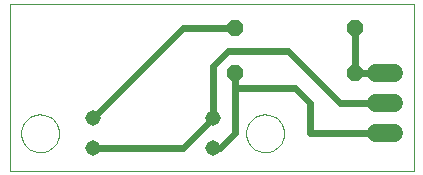
<source format=gbr>
G75*
G70*
%OFA0B0*%
%FSLAX24Y24*%
%IPPOS*%
%LPD*%
%AMOC8*
5,1,8,0,0,1.08239X$1,22.5*
%
%ADD10C,0.0000*%
%ADD11C,0.0515*%
%ADD12OC8,0.0520*%
%ADD13C,0.0600*%
%ADD14C,0.0240*%
D10*
X000101Y000254D02*
X000101Y005803D01*
X013550Y005803D01*
X013550Y000254D01*
X000101Y000254D01*
X000471Y001504D02*
X000473Y001554D01*
X000479Y001604D01*
X000489Y001653D01*
X000503Y001701D01*
X000520Y001748D01*
X000541Y001793D01*
X000566Y001837D01*
X000594Y001878D01*
X000626Y001917D01*
X000660Y001954D01*
X000697Y001988D01*
X000737Y002018D01*
X000779Y002045D01*
X000823Y002069D01*
X000869Y002090D01*
X000916Y002106D01*
X000964Y002119D01*
X001014Y002128D01*
X001063Y002133D01*
X001114Y002134D01*
X001164Y002131D01*
X001213Y002124D01*
X001262Y002113D01*
X001310Y002098D01*
X001356Y002080D01*
X001401Y002058D01*
X001444Y002032D01*
X001485Y002003D01*
X001524Y001971D01*
X001560Y001936D01*
X001592Y001898D01*
X001622Y001858D01*
X001649Y001815D01*
X001672Y001771D01*
X001691Y001725D01*
X001707Y001677D01*
X001719Y001628D01*
X001727Y001579D01*
X001731Y001529D01*
X001731Y001479D01*
X001727Y001429D01*
X001719Y001380D01*
X001707Y001331D01*
X001691Y001283D01*
X001672Y001237D01*
X001649Y001193D01*
X001622Y001150D01*
X001592Y001110D01*
X001560Y001072D01*
X001524Y001037D01*
X001485Y001005D01*
X001444Y000976D01*
X001401Y000950D01*
X001356Y000928D01*
X001310Y000910D01*
X001262Y000895D01*
X001213Y000884D01*
X001164Y000877D01*
X001114Y000874D01*
X001063Y000875D01*
X001014Y000880D01*
X000964Y000889D01*
X000916Y000902D01*
X000869Y000918D01*
X000823Y000939D01*
X000779Y000963D01*
X000737Y000990D01*
X000697Y001020D01*
X000660Y001054D01*
X000626Y001091D01*
X000594Y001130D01*
X000566Y001171D01*
X000541Y001215D01*
X000520Y001260D01*
X000503Y001307D01*
X000489Y001355D01*
X000479Y001404D01*
X000473Y001454D01*
X000471Y001504D01*
X007971Y001504D02*
X007973Y001554D01*
X007979Y001604D01*
X007989Y001653D01*
X008003Y001701D01*
X008020Y001748D01*
X008041Y001793D01*
X008066Y001837D01*
X008094Y001878D01*
X008126Y001917D01*
X008160Y001954D01*
X008197Y001988D01*
X008237Y002018D01*
X008279Y002045D01*
X008323Y002069D01*
X008369Y002090D01*
X008416Y002106D01*
X008464Y002119D01*
X008514Y002128D01*
X008563Y002133D01*
X008614Y002134D01*
X008664Y002131D01*
X008713Y002124D01*
X008762Y002113D01*
X008810Y002098D01*
X008856Y002080D01*
X008901Y002058D01*
X008944Y002032D01*
X008985Y002003D01*
X009024Y001971D01*
X009060Y001936D01*
X009092Y001898D01*
X009122Y001858D01*
X009149Y001815D01*
X009172Y001771D01*
X009191Y001725D01*
X009207Y001677D01*
X009219Y001628D01*
X009227Y001579D01*
X009231Y001529D01*
X009231Y001479D01*
X009227Y001429D01*
X009219Y001380D01*
X009207Y001331D01*
X009191Y001283D01*
X009172Y001237D01*
X009149Y001193D01*
X009122Y001150D01*
X009092Y001110D01*
X009060Y001072D01*
X009024Y001037D01*
X008985Y001005D01*
X008944Y000976D01*
X008901Y000950D01*
X008856Y000928D01*
X008810Y000910D01*
X008762Y000895D01*
X008713Y000884D01*
X008664Y000877D01*
X008614Y000874D01*
X008563Y000875D01*
X008514Y000880D01*
X008464Y000889D01*
X008416Y000902D01*
X008369Y000918D01*
X008323Y000939D01*
X008279Y000963D01*
X008237Y000990D01*
X008197Y001020D01*
X008160Y001054D01*
X008126Y001091D01*
X008094Y001130D01*
X008066Y001171D01*
X008041Y001215D01*
X008020Y001260D01*
X008003Y001307D01*
X007989Y001355D01*
X007979Y001404D01*
X007973Y001454D01*
X007971Y001504D01*
D11*
X006851Y002004D03*
X006851Y001004D03*
X002851Y001004D03*
X002851Y002004D03*
D12*
X007601Y003504D03*
X007601Y005004D03*
X011601Y005004D03*
X011601Y003504D03*
D13*
X012301Y003504D02*
X012901Y003504D01*
X012901Y002504D02*
X012301Y002504D01*
X012301Y001504D02*
X012901Y001504D01*
D14*
X012601Y001504D02*
X010101Y001504D01*
X010101Y002504D01*
X009601Y003004D01*
X007601Y003004D01*
X007601Y003504D01*
X006851Y003754D02*
X007351Y004254D01*
X009351Y004254D01*
X011101Y002504D01*
X012601Y002504D01*
X012601Y003504D02*
X011601Y003504D01*
X011601Y005004D01*
X007601Y005004D02*
X005851Y005004D01*
X002851Y002004D01*
X002851Y001004D02*
X005851Y001004D01*
X006851Y002004D01*
X006851Y003754D01*
X007601Y003004D02*
X007601Y001504D01*
X007101Y001004D01*
X006851Y001004D01*
M02*

</source>
